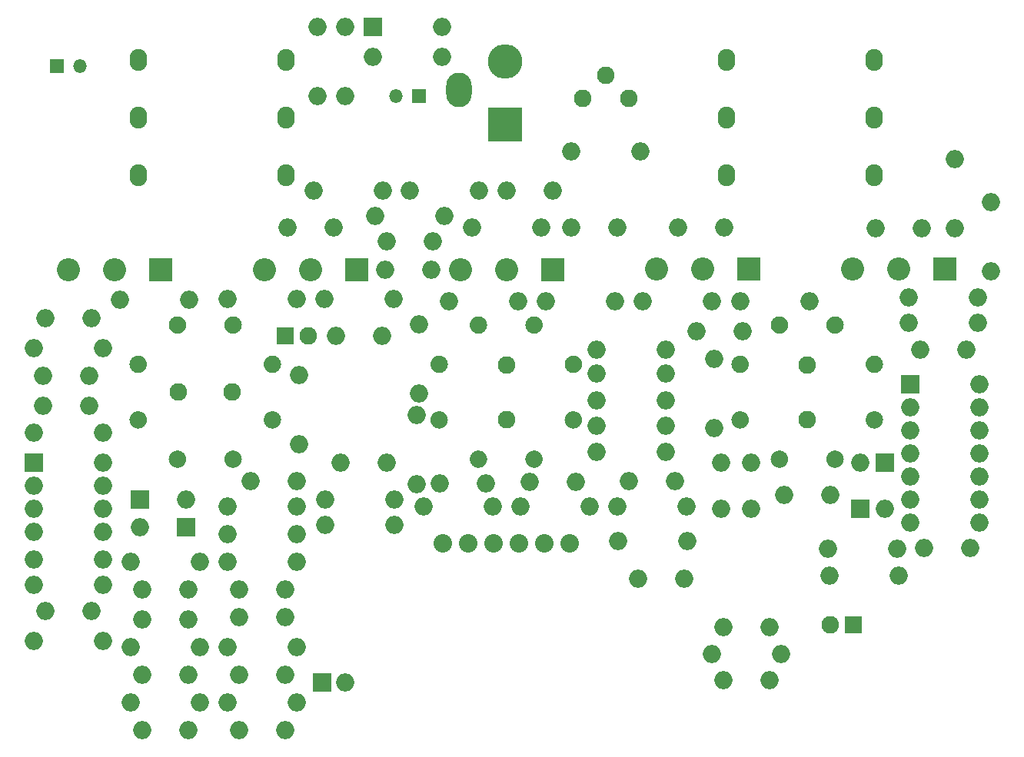
<source format=gbr>
G04 #@! TF.GenerationSoftware,KiCad,Pcbnew,(5.1.9-0-10_14)*
G04 #@! TF.CreationDate,2021-02-25T22:57:31+01:00*
G04 #@! TF.ProjectId,sansamp-gt-2,73616e73-616d-4702-9d67-742d322e6b69,rev?*
G04 #@! TF.SameCoordinates,Original*
G04 #@! TF.FileFunction,Soldermask,Bot*
G04 #@! TF.FilePolarity,Negative*
%FSLAX46Y46*%
G04 Gerber Fmt 4.6, Leading zero omitted, Abs format (unit mm)*
G04 Created by KiCad (PCBNEW (5.1.9-0-10_14)) date 2021-02-25 22:57:31*
%MOMM*%
%LPD*%
G01*
G04 APERTURE LIST*
%ADD10O,1.930400X2.400000*%
%ADD11O,2.000000X2.000000*%
%ADD12R,2.000000X2.000000*%
%ADD13R,3.810000X3.810000*%
%ADD14O,3.810000X3.810000*%
%ADD15O,2.810000X3.810000*%
%ADD16O,1.930400X1.930400*%
%ADD17O,2.540000X2.540000*%
%ADD18R,2.540000X2.540000*%
%ADD19O,2.032000X2.032000*%
%ADD20R,1.930400X1.930400*%
%ADD21O,1.508000X1.508000*%
%ADD22R,1.508000X1.508000*%
G04 APERTURE END LIST*
D10*
X157340000Y-76073000D03*
X141110000Y-76073000D03*
X157340000Y-63373000D03*
X141110000Y-63373000D03*
X157340000Y-69723000D03*
X141110000Y-69723000D03*
X92570000Y-76073000D03*
X76340000Y-76073000D03*
X92570000Y-63373000D03*
X76340000Y-63373000D03*
X92570000Y-69723000D03*
X76340000Y-69723000D03*
D11*
X168910000Y-99060000D03*
X168910000Y-101600000D03*
X168910000Y-104140000D03*
X168910000Y-106680000D03*
X168910000Y-109220000D03*
X168910000Y-111760000D03*
X168910000Y-114300000D03*
X161290000Y-114300000D03*
X161290000Y-111760000D03*
X161290000Y-109220000D03*
X161290000Y-106680000D03*
X161290000Y-104140000D03*
X161290000Y-101600000D03*
D12*
X161290000Y-99060000D03*
D11*
X135763000Y-81788000D03*
X140843000Y-81788000D03*
D13*
X116713000Y-70485000D03*
D14*
X116713000Y-63500000D03*
D15*
X111633000Y-66675000D03*
D11*
X99060000Y-131953000D03*
D12*
X96520000Y-131953000D03*
D11*
X72390000Y-107696000D03*
X72390000Y-110236000D03*
X72390000Y-112776000D03*
X72390000Y-115316000D03*
X64770000Y-115316000D03*
X64770000Y-112776000D03*
X64770000Y-110236000D03*
D12*
X64770000Y-107696000D03*
D16*
X149987000Y-102949000D03*
X149987000Y-96949000D03*
G36*
G01*
X156486305Y-97256900D02*
X156486305Y-97256900D01*
G75*
G02*
X157008668Y-95995805I891729J369366D01*
G01*
X157008668Y-95995805D01*
G75*
G02*
X158269763Y-96518168I369366J-891729D01*
G01*
X158269763Y-96518168D01*
G75*
G02*
X157747400Y-97779263I-891729J-369366D01*
G01*
X157747400Y-97779263D01*
G75*
G02*
X156486305Y-97256900I-369366J891729D01*
G01*
G37*
G36*
G01*
X152156737Y-107709400D02*
X152156737Y-107709400D01*
G75*
G02*
X152679100Y-106448305I891729J369366D01*
G01*
X152679100Y-106448305D01*
G75*
G02*
X153940195Y-106970668I369366J-891729D01*
G01*
X153940195Y-106970668D01*
G75*
G02*
X153417832Y-108231763I-891729J-369366D01*
G01*
X153417832Y-108231763D01*
G75*
G02*
X152156737Y-107709400I-369366J891729D01*
G01*
G37*
G36*
G01*
X141704237Y-103379832D02*
X141704237Y-103379832D01*
G75*
G02*
X142226600Y-102118737I891729J369366D01*
G01*
X142226600Y-102118737D01*
G75*
G02*
X143487695Y-102641100I369366J-891729D01*
G01*
X143487695Y-102641100D01*
G75*
G02*
X142965332Y-103902195I-891729J-369366D01*
G01*
X142965332Y-103902195D01*
G75*
G02*
X141704237Y-103379832I-369366J891729D01*
G01*
G37*
G36*
G01*
X146033805Y-92927332D02*
X146033805Y-92927332D01*
G75*
G02*
X146556168Y-91666237I891729J369366D01*
G01*
X146556168Y-91666237D01*
G75*
G02*
X147817263Y-92188600I369366J-891729D01*
G01*
X147817263Y-92188600D01*
G75*
G02*
X147294900Y-93449695I-891729J-369366D01*
G01*
X147294900Y-93449695D01*
G75*
G02*
X146033805Y-92927332I-369366J891729D01*
G01*
G37*
G36*
G01*
X142226600Y-97779263D02*
X142226600Y-97779263D01*
G75*
G02*
X141704237Y-96518168I369366J891729D01*
G01*
X141704237Y-96518168D01*
G75*
G02*
X142965332Y-95995805I891729J-369366D01*
G01*
X142965332Y-95995805D01*
G75*
G02*
X143487695Y-97256900I-369366J-891729D01*
G01*
X143487695Y-97256900D01*
G75*
G02*
X142226600Y-97779263I-891729J369366D01*
G01*
G37*
G36*
G01*
X147817263Y-107709400D02*
X147817263Y-107709400D01*
G75*
G02*
X146556168Y-108231763I-891729J369366D01*
G01*
X146556168Y-108231763D01*
G75*
G02*
X146033805Y-106970668I369366J891729D01*
G01*
X146033805Y-106970668D01*
G75*
G02*
X147294900Y-106448305I891729J-369366D01*
G01*
X147294900Y-106448305D01*
G75*
G02*
X147817263Y-107709400I-369366J-891729D01*
G01*
G37*
G36*
G01*
X157747400Y-102118737D02*
X157747400Y-102118737D01*
G75*
G02*
X158269763Y-103379832I-369366J-891729D01*
G01*
X158269763Y-103379832D01*
G75*
G02*
X157008668Y-103902195I-891729J369366D01*
G01*
X157008668Y-103902195D01*
G75*
G02*
X156486305Y-102641100I369366J891729D01*
G01*
X156486305Y-102641100D01*
G75*
G02*
X157747400Y-102118737I891729J-369366D01*
G01*
G37*
G36*
G01*
X152156737Y-92188600D02*
X152156737Y-92188600D01*
G75*
G02*
X153417832Y-91666237I891729J-369366D01*
G01*
X153417832Y-91666237D01*
G75*
G02*
X153940195Y-92927332I-369366J-891729D01*
G01*
X153940195Y-92927332D01*
G75*
G02*
X152679100Y-93449695I-891729J369366D01*
G01*
X152679100Y-93449695D01*
G75*
G02*
X152156737Y-92188600I369366J891729D01*
G01*
G37*
X86693000Y-99949000D03*
X80693000Y-99949000D03*
G36*
G01*
X81000900Y-93449695D02*
X81000900Y-93449695D01*
G75*
G02*
X79739805Y-92927332I-369366J891729D01*
G01*
X79739805Y-92927332D01*
G75*
G02*
X80262168Y-91666237I891729J369366D01*
G01*
X80262168Y-91666237D01*
G75*
G02*
X81523263Y-92188600I369366J-891729D01*
G01*
X81523263Y-92188600D01*
G75*
G02*
X81000900Y-93449695I-891729J-369366D01*
G01*
G37*
G36*
G01*
X91453400Y-97779263D02*
X91453400Y-97779263D01*
G75*
G02*
X90192305Y-97256900I-369366J891729D01*
G01*
X90192305Y-97256900D01*
G75*
G02*
X90714668Y-95995805I891729J369366D01*
G01*
X90714668Y-95995805D01*
G75*
G02*
X91975763Y-96518168I369366J-891729D01*
G01*
X91975763Y-96518168D01*
G75*
G02*
X91453400Y-97779263I-891729J-369366D01*
G01*
G37*
G36*
G01*
X87123832Y-108231763D02*
X87123832Y-108231763D01*
G75*
G02*
X85862737Y-107709400I-369366J891729D01*
G01*
X85862737Y-107709400D01*
G75*
G02*
X86385100Y-106448305I891729J369366D01*
G01*
X86385100Y-106448305D01*
G75*
G02*
X87646195Y-106970668I369366J-891729D01*
G01*
X87646195Y-106970668D01*
G75*
G02*
X87123832Y-108231763I-891729J-369366D01*
G01*
G37*
G36*
G01*
X76671332Y-103902195D02*
X76671332Y-103902195D01*
G75*
G02*
X75410237Y-103379832I-369366J891729D01*
G01*
X75410237Y-103379832D01*
G75*
G02*
X75932600Y-102118737I891729J369366D01*
G01*
X75932600Y-102118737D01*
G75*
G02*
X77193695Y-102641100I369366J-891729D01*
G01*
X77193695Y-102641100D01*
G75*
G02*
X76671332Y-103902195I-891729J-369366D01*
G01*
G37*
G36*
G01*
X81523263Y-107709400D02*
X81523263Y-107709400D01*
G75*
G02*
X80262168Y-108231763I-891729J369366D01*
G01*
X80262168Y-108231763D01*
G75*
G02*
X79739805Y-106970668I369366J891729D01*
G01*
X79739805Y-106970668D01*
G75*
G02*
X81000900Y-106448305I891729J-369366D01*
G01*
X81000900Y-106448305D01*
G75*
G02*
X81523263Y-107709400I-369366J-891729D01*
G01*
G37*
G36*
G01*
X91453400Y-102118737D02*
X91453400Y-102118737D01*
G75*
G02*
X91975763Y-103379832I-369366J-891729D01*
G01*
X91975763Y-103379832D01*
G75*
G02*
X90714668Y-103902195I-891729J369366D01*
G01*
X90714668Y-103902195D01*
G75*
G02*
X90192305Y-102641100I369366J891729D01*
G01*
X90192305Y-102641100D01*
G75*
G02*
X91453400Y-102118737I891729J-369366D01*
G01*
G37*
G36*
G01*
X85862737Y-92188600D02*
X85862737Y-92188600D01*
G75*
G02*
X87123832Y-91666237I891729J-369366D01*
G01*
X87123832Y-91666237D01*
G75*
G02*
X87646195Y-92927332I-369366J-891729D01*
G01*
X87646195Y-92927332D01*
G75*
G02*
X86385100Y-93449695I-891729J369366D01*
G01*
X86385100Y-93449695D01*
G75*
G02*
X85862737Y-92188600I369366J891729D01*
G01*
G37*
G36*
G01*
X75932600Y-97779263D02*
X75932600Y-97779263D01*
G75*
G02*
X75410237Y-96518168I369366J891729D01*
G01*
X75410237Y-96518168D01*
G75*
G02*
X76671332Y-95995805I891729J-369366D01*
G01*
X76671332Y-95995805D01*
G75*
G02*
X77193695Y-97256900I-369366J-891729D01*
G01*
X77193695Y-97256900D01*
G75*
G02*
X75932600Y-97779263I-891729J369366D01*
G01*
G37*
X116840000Y-96949000D03*
X116840000Y-102949000D03*
G36*
G01*
X110340695Y-102641100D02*
X110340695Y-102641100D01*
G75*
G02*
X109818332Y-103902195I-891729J-369366D01*
G01*
X109818332Y-103902195D01*
G75*
G02*
X108557237Y-103379832I-369366J891729D01*
G01*
X108557237Y-103379832D01*
G75*
G02*
X109079600Y-102118737I891729J369366D01*
G01*
X109079600Y-102118737D01*
G75*
G02*
X110340695Y-102641100I369366J-891729D01*
G01*
G37*
G36*
G01*
X114670263Y-92188600D02*
X114670263Y-92188600D01*
G75*
G02*
X114147900Y-93449695I-891729J-369366D01*
G01*
X114147900Y-93449695D01*
G75*
G02*
X112886805Y-92927332I-369366J891729D01*
G01*
X112886805Y-92927332D01*
G75*
G02*
X113409168Y-91666237I891729J369366D01*
G01*
X113409168Y-91666237D01*
G75*
G02*
X114670263Y-92188600I369366J-891729D01*
G01*
G37*
G36*
G01*
X125122763Y-96518168D02*
X125122763Y-96518168D01*
G75*
G02*
X124600400Y-97779263I-891729J-369366D01*
G01*
X124600400Y-97779263D01*
G75*
G02*
X123339305Y-97256900I-369366J891729D01*
G01*
X123339305Y-97256900D01*
G75*
G02*
X123861668Y-95995805I891729J369366D01*
G01*
X123861668Y-95995805D01*
G75*
G02*
X125122763Y-96518168I369366J-891729D01*
G01*
G37*
G36*
G01*
X120793195Y-106970668D02*
X120793195Y-106970668D01*
G75*
G02*
X120270832Y-108231763I-891729J-369366D01*
G01*
X120270832Y-108231763D01*
G75*
G02*
X119009737Y-107709400I-369366J891729D01*
G01*
X119009737Y-107709400D01*
G75*
G02*
X119532100Y-106448305I891729J369366D01*
G01*
X119532100Y-106448305D01*
G75*
G02*
X120793195Y-106970668I369366J-891729D01*
G01*
G37*
G36*
G01*
X124600400Y-102118737D02*
X124600400Y-102118737D01*
G75*
G02*
X125122763Y-103379832I-369366J-891729D01*
G01*
X125122763Y-103379832D01*
G75*
G02*
X123861668Y-103902195I-891729J369366D01*
G01*
X123861668Y-103902195D01*
G75*
G02*
X123339305Y-102641100I369366J891729D01*
G01*
X123339305Y-102641100D01*
G75*
G02*
X124600400Y-102118737I891729J-369366D01*
G01*
G37*
G36*
G01*
X119009737Y-92188600D02*
X119009737Y-92188600D01*
G75*
G02*
X120270832Y-91666237I891729J-369366D01*
G01*
X120270832Y-91666237D01*
G75*
G02*
X120793195Y-92927332I-369366J-891729D01*
G01*
X120793195Y-92927332D01*
G75*
G02*
X119532100Y-93449695I-891729J369366D01*
G01*
X119532100Y-93449695D01*
G75*
G02*
X119009737Y-92188600I369366J891729D01*
G01*
G37*
G36*
G01*
X109079600Y-97779263D02*
X109079600Y-97779263D01*
G75*
G02*
X108557237Y-96518168I369366J891729D01*
G01*
X108557237Y-96518168D01*
G75*
G02*
X109818332Y-95995805I891729J-369366D01*
G01*
X109818332Y-95995805D01*
G75*
G02*
X110340695Y-97256900I-369366J-891729D01*
G01*
X110340695Y-97256900D01*
G75*
G02*
X109079600Y-97779263I-891729J369366D01*
G01*
G37*
G36*
G01*
X114670263Y-107709400D02*
X114670263Y-107709400D01*
G75*
G02*
X113409168Y-108231763I-891729J369366D01*
G01*
X113409168Y-108231763D01*
G75*
G02*
X112886805Y-106970668I369366J891729D01*
G01*
X112886805Y-106970668D01*
G75*
G02*
X114147900Y-106448305I891729J-369366D01*
G01*
X114147900Y-106448305D01*
G75*
G02*
X114670263Y-107709400I-369366J-891729D01*
G01*
G37*
D17*
X90170000Y-86487000D03*
X95250000Y-86487000D03*
D18*
X100330000Y-86487000D03*
D17*
X133350000Y-86360000D03*
X138430000Y-86360000D03*
D18*
X143510000Y-86360000D03*
D17*
X154940000Y-86360000D03*
X160020000Y-86360000D03*
D18*
X165100000Y-86360000D03*
D16*
X130302000Y-67564000D03*
X127762000Y-65024000D03*
X125222000Y-67564000D03*
D17*
X111760000Y-86487000D03*
X116840000Y-86487000D03*
D18*
X121920000Y-86487000D03*
D17*
X68580000Y-86487000D03*
X73660000Y-86487000D03*
D18*
X78740000Y-86487000D03*
D11*
X102362000Y-80518000D03*
X109982000Y-80518000D03*
X106172000Y-77724000D03*
X113792000Y-77724000D03*
X159893000Y-117221000D03*
X152273000Y-117221000D03*
X152400000Y-120142000D03*
X160020000Y-120142000D03*
X142621000Y-89916000D03*
X150241000Y-89916000D03*
X113030000Y-81788000D03*
X120650000Y-81788000D03*
X161163000Y-89535000D03*
X168783000Y-89535000D03*
X103251000Y-77724000D03*
X95631000Y-77724000D03*
X134366000Y-95250000D03*
X126746000Y-95250000D03*
X131826000Y-89916000D03*
X139446000Y-89916000D03*
X121158000Y-89916000D03*
X128778000Y-89916000D03*
X96012000Y-67310000D03*
X96012000Y-59690000D03*
X134366000Y-97917000D03*
X126746000Y-97917000D03*
X99060000Y-59690000D03*
X99060000Y-67310000D03*
X107188000Y-92456000D03*
X107188000Y-100076000D03*
X126746000Y-103632000D03*
X134366000Y-103632000D03*
X139700000Y-103886000D03*
X139700000Y-96266000D03*
X102108000Y-62992000D03*
X109728000Y-62992000D03*
X170180000Y-86614000D03*
X170180000Y-78994000D03*
X123952000Y-73406000D03*
X131572000Y-73406000D03*
X166243000Y-74295000D03*
X166243000Y-81915000D03*
X86106000Y-118618000D03*
X93726000Y-118618000D03*
X118110000Y-89916000D03*
X110490000Y-89916000D03*
X86106000Y-128016000D03*
X93726000Y-128016000D03*
X93726000Y-134112000D03*
X86106000Y-134112000D03*
X75438000Y-118618000D03*
X83058000Y-118618000D03*
X64770000Y-127381000D03*
X72390000Y-127381000D03*
X64770000Y-121158000D03*
X72390000Y-121158000D03*
X161163000Y-92329000D03*
X168783000Y-92329000D03*
X74295000Y-89789000D03*
X81915000Y-89789000D03*
X72390000Y-118364000D03*
X64770000Y-118364000D03*
X75438000Y-128016000D03*
X83058000Y-128016000D03*
X83058000Y-134112000D03*
X75438000Y-134112000D03*
X64770000Y-95123000D03*
X72390000Y-95123000D03*
X93980000Y-105664000D03*
X93980000Y-98044000D03*
X72390000Y-104394000D03*
X64770000Y-104394000D03*
X129032000Y-112522000D03*
X136652000Y-112522000D03*
X107696000Y-112522000D03*
X115316000Y-112522000D03*
X96901000Y-111760000D03*
X104521000Y-111760000D03*
X139446000Y-128778000D03*
X147066000Y-128778000D03*
X136779000Y-116332000D03*
X129159000Y-116332000D03*
X118364000Y-112522000D03*
X125984000Y-112522000D03*
X104521000Y-114554000D03*
X96901000Y-114554000D03*
X93726000Y-112522000D03*
X86106000Y-112522000D03*
X93726000Y-115570000D03*
X86106000Y-115570000D03*
X96774000Y-89662000D03*
X104394000Y-89662000D03*
X134366000Y-106553000D03*
X126746000Y-106553000D03*
X134366000Y-100838000D03*
X126746000Y-100838000D03*
X86106000Y-89662000D03*
X93726000Y-89662000D03*
X106934000Y-110109000D03*
X106934000Y-102489000D03*
D19*
X123825000Y-116586000D03*
X109855000Y-116586000D03*
X121031000Y-116586000D03*
X115443000Y-116586000D03*
X118237000Y-116586000D03*
X112649000Y-116586000D03*
D12*
X155829000Y-112776000D03*
D11*
X155829000Y-107696000D03*
D12*
X158496000Y-107696000D03*
D11*
X158496000Y-112776000D03*
D12*
X102108000Y-59690000D03*
D11*
X109728000Y-59690000D03*
D12*
X81534000Y-114808000D03*
D11*
X76454000Y-114808000D03*
D12*
X76454000Y-111760000D03*
D11*
X81534000Y-111760000D03*
X103505000Y-86487000D03*
X108585000Y-86487000D03*
X162814000Y-117094000D03*
X167894000Y-117094000D03*
D16*
X152527000Y-125603000D03*
D20*
X155067000Y-125603000D03*
D11*
X123952000Y-81788000D03*
X129032000Y-81788000D03*
X116840000Y-77724000D03*
X121920000Y-77724000D03*
D21*
X69850000Y-64008000D03*
D22*
X67310000Y-64008000D03*
D11*
X97790000Y-81788000D03*
X92710000Y-81788000D03*
D21*
X104648000Y-67310000D03*
D22*
X107188000Y-67310000D03*
D11*
X140462000Y-107696000D03*
X140462000Y-112776000D03*
X162560000Y-81915000D03*
X157480000Y-81915000D03*
X147447000Y-111252000D03*
X152527000Y-111252000D03*
X142875000Y-93218000D03*
X137795000Y-93218000D03*
X87376000Y-124714000D03*
X92456000Y-124714000D03*
X92456000Y-131064000D03*
X87376000Y-131064000D03*
X87376000Y-137160000D03*
X92456000Y-137160000D03*
X114554000Y-109982000D03*
X109474000Y-109982000D03*
X143764000Y-112776000D03*
X143764000Y-107696000D03*
X92456000Y-121666000D03*
X87376000Y-121666000D03*
X103632000Y-83312000D03*
X108712000Y-83312000D03*
X71120000Y-124079000D03*
X66040000Y-124079000D03*
X76708000Y-124968000D03*
X81788000Y-124968000D03*
X81788000Y-131064000D03*
X76708000Y-131064000D03*
X76708000Y-137160000D03*
X81788000Y-137160000D03*
X167513000Y-95250000D03*
X162433000Y-95250000D03*
X81788000Y-121666000D03*
X76708000Y-121666000D03*
X65786000Y-98171000D03*
X70866000Y-98171000D03*
X71120000Y-91821000D03*
X66040000Y-91821000D03*
X136398000Y-120523000D03*
X131318000Y-120523000D03*
X145796000Y-125857000D03*
X140716000Y-125857000D03*
X65786000Y-101473000D03*
X70866000Y-101473000D03*
X98552000Y-107696000D03*
X103632000Y-107696000D03*
X88646000Y-109728000D03*
X93726000Y-109728000D03*
X130302000Y-109728000D03*
X135382000Y-109728000D03*
X140716000Y-131699000D03*
X145796000Y-131699000D03*
X124460000Y-109855000D03*
X119380000Y-109855000D03*
X98044000Y-93726000D03*
X103124000Y-93726000D03*
D16*
X94996000Y-93726000D03*
D20*
X92456000Y-93726000D03*
M02*

</source>
